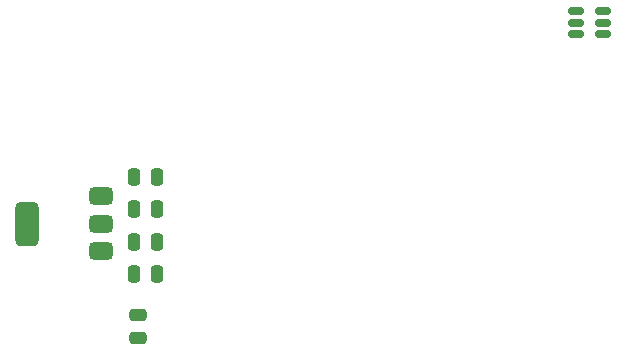
<source format=gbr>
%TF.GenerationSoftware,KiCad,Pcbnew,9.0.2*%
%TF.CreationDate,2025-09-25T10:29:51+05:30*%
%TF.ProjectId,UNO STEMc3.1,554e4f20-5354-4454-9d63-332e312e6b69,rev?*%
%TF.SameCoordinates,Original*%
%TF.FileFunction,Paste,Bot*%
%TF.FilePolarity,Positive*%
%FSLAX46Y46*%
G04 Gerber Fmt 4.6, Leading zero omitted, Abs format (unit mm)*
G04 Created by KiCad (PCBNEW 9.0.2) date 2025-09-25 10:29:51*
%MOMM*%
%LPD*%
G01*
G04 APERTURE LIST*
G04 Aperture macros list*
%AMRoundRect*
0 Rectangle with rounded corners*
0 $1 Rounding radius*
0 $2 $3 $4 $5 $6 $7 $8 $9 X,Y pos of 4 corners*
0 Add a 4 corners polygon primitive as box body*
4,1,4,$2,$3,$4,$5,$6,$7,$8,$9,$2,$3,0*
0 Add four circle primitives for the rounded corners*
1,1,$1+$1,$2,$3*
1,1,$1+$1,$4,$5*
1,1,$1+$1,$6,$7*
1,1,$1+$1,$8,$9*
0 Add four rect primitives between the rounded corners*
20,1,$1+$1,$2,$3,$4,$5,0*
20,1,$1+$1,$4,$5,$6,$7,0*
20,1,$1+$1,$6,$7,$8,$9,0*
20,1,$1+$1,$8,$9,$2,$3,0*%
G04 Aperture macros list end*
%ADD10RoundRect,0.250000X-0.250000X-0.475000X0.250000X-0.475000X0.250000X0.475000X-0.250000X0.475000X0*%
%ADD11RoundRect,0.375000X0.625000X0.375000X-0.625000X0.375000X-0.625000X-0.375000X0.625000X-0.375000X0*%
%ADD12RoundRect,0.500000X0.500000X1.400000X-0.500000X1.400000X-0.500000X-1.400000X0.500000X-1.400000X0*%
%ADD13RoundRect,0.150000X0.512500X0.150000X-0.512500X0.150000X-0.512500X-0.150000X0.512500X-0.150000X0*%
%ADD14RoundRect,0.250000X-0.475000X0.250000X-0.475000X-0.250000X0.475000X-0.250000X0.475000X0.250000X0*%
G04 APERTURE END LIST*
D10*
%TO.C,C6*%
X88030000Y-115120000D03*
X89930000Y-115120000D03*
%TD*%
%TO.C,C4*%
X88030000Y-117870000D03*
X89930000Y-117870000D03*
%TD*%
D11*
%TO.C,U3*%
X85230000Y-111270000D03*
X85230000Y-113570000D03*
D12*
X78930000Y-113570000D03*
D11*
X85230000Y-115870000D03*
%TD*%
D13*
%TO.C,U4*%
X127750000Y-95600000D03*
X127750000Y-96550000D03*
X127750000Y-97500000D03*
X125475000Y-97500000D03*
X125475000Y-96550000D03*
X125475000Y-95600000D03*
%TD*%
D14*
%TO.C,C3*%
X88350000Y-121325000D03*
X88350000Y-123225000D03*
%TD*%
D10*
%TO.C,C13*%
X88030000Y-109620000D03*
X89930000Y-109620000D03*
%TD*%
%TO.C,C11*%
X88030000Y-112370000D03*
X89930000Y-112370000D03*
%TD*%
M02*

</source>
